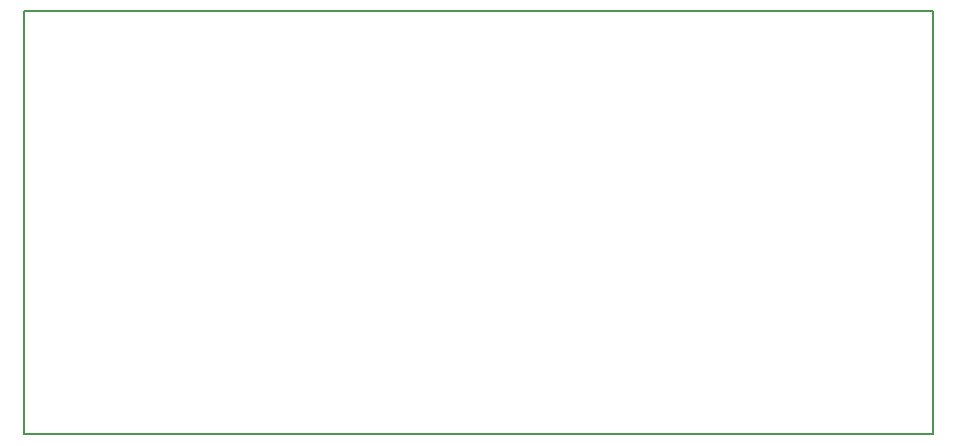
<source format=gm1>
G04 #@! TF.GenerationSoftware,KiCad,Pcbnew,5.0.2-bee76a0~70~ubuntu18.04.1*
G04 #@! TF.CreationDate,2020-04-21T14:08:59+02:00*
G04 #@! TF.ProjectId,FeuSignalisation,46657553-6967-46e6-916c-69736174696f,rev?*
G04 #@! TF.SameCoordinates,Original*
G04 #@! TF.FileFunction,Profile,NP*
%FSLAX46Y46*%
G04 Gerber Fmt 4.6, Leading zero omitted, Abs format (unit mm)*
G04 Created by KiCad (PCBNEW 5.0.2-bee76a0~70~ubuntu18.04.1) date mar. 21 avril 2020 14:08:59 CEST*
%MOMM*%
%LPD*%
G01*
G04 APERTURE LIST*
%ADD10C,0.150000*%
G04 APERTURE END LIST*
D10*
X167640000Y-84582000D02*
X90678000Y-84582000D01*
X167640000Y-48768000D02*
X167640000Y-84582000D01*
X90678000Y-48768000D02*
X167640000Y-48768000D01*
X90678000Y-84582000D02*
X90678000Y-48768000D01*
M02*

</source>
